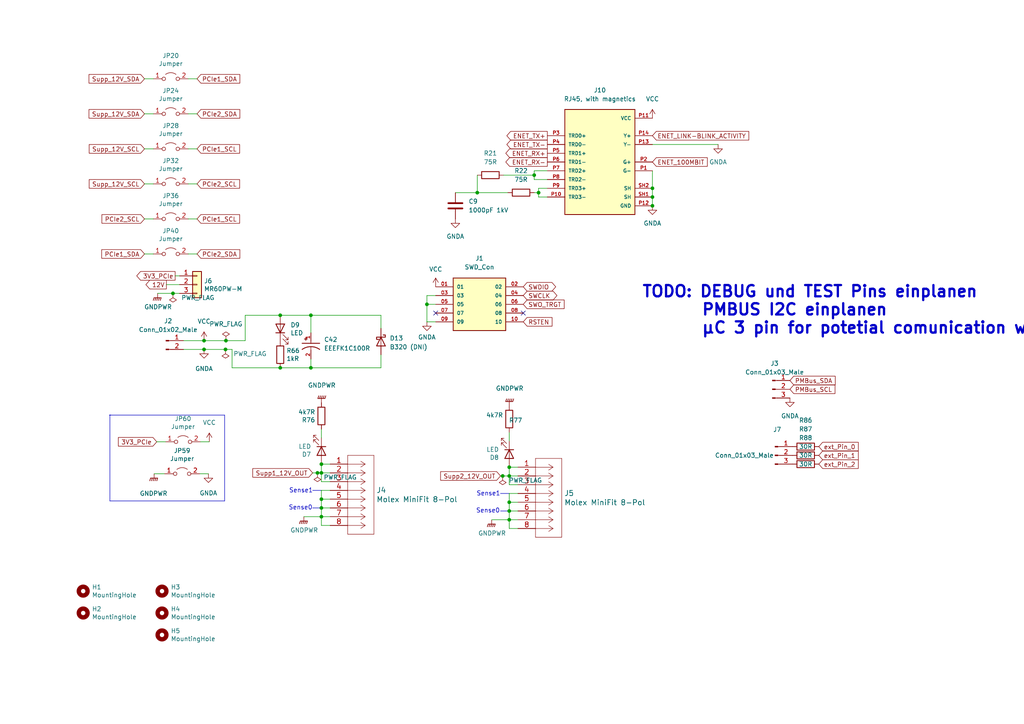
<source format=kicad_sch>
(kicad_sch (version 20230121) (generator eeschema)
  (paper "A4")
  (title_block (title "Input / Output"))
  (lib_symbols
    (symbol "Connector:Conn_01x02_Male" (pin_names (offset 1.016) hide)
      (property "Reference" "J" (at 0 2.54 0))
      (property "Value" "Conn_01x02_Male" (at 0 -5.08 0))
      (symbol "Conn_01x02_Male_1_1"
        (polyline (pts (xy 1.27 -2.54) (xy 0.8636 -2.54)) (stroke (width 0.1524)))
        (polyline (pts (xy 1.27 0) (xy 0.8636 0)) (stroke (width 0.1524)))
        (rectangle (start 0.8636 -2.413) (end 0 -2.667) (stroke (width 0.1524)) (fill (type outline)))
        (rectangle (start 0.8636 0.127) (end 0 -0.127) (stroke (width 0.1524)) (fill (type outline)))
        (pin passive line (at 5.08 0 180) (length 3.81) (name "Pin_1") (number "1"))
        (pin passive line (at 5.08 -2.54 180) (length 3.81) (name "Pin_2") (number "2"))
      )
    )
    (symbol "Connector:Conn_01x03_Male" (pin_names (offset 1.016) hide)
      (property "Reference" "J" (at 0 5.08 0))
      (property "Value" "Conn_01x03_Male" (at 0 -5.08 0))
      (symbol "Conn_01x03_Male_1_1"
        (polyline (pts (xy 1.27 -2.54) (xy 0.8636 -2.54)) (stroke (width 0.1524)))
        (polyline (pts (xy 1.27 0) (xy 0.8636 0)) (stroke (width 0.1524)))
        (polyline (pts (xy 1.27 2.54) (xy 0.8636 2.54)) (stroke (width 0.1524)))
        (rectangle (start 0.8636 -2.413) (end 0 -2.667) (stroke (width 0.1524)) (fill (type outline)))
        (rectangle (start 0.8636 0.127) (end 0 -0.127) (stroke (width 0.1524)) (fill (type outline)))
        (rectangle (start 0.8636 2.667) (end 0 2.413) (stroke (width 0.1524)) (fill (type outline)))
        (pin passive line (at 5.08 2.54 180) (length 3.81) (name "Pin_1") (number "1"))
        (pin passive line (at 5.08 0 180) (length 3.81) (name "Pin_2") (number "2"))
        (pin passive line (at 5.08 -2.54 180) (length 3.81) (name "Pin_3") (number "3"))
      )
    )
    (symbol "Connector_Generic:Conn_01x03" (pin_names (offset 1.016) hide)
      (property "Reference" "J6" (at 2.032 1.0668 0))
      (property "Value" "MR60PW-M" (at 2.032 -1.2446 0))
      (symbol "Conn_01x03_1_1"
        (rectangle (start -1.27 -2.413) (end 0 -2.667) (stroke (width 0.1524)))
        (rectangle (start -1.27 0.127) (end 0 -0.127) (stroke (width 0.1524)))
        (rectangle (start -1.27 2.667) (end 0 2.413) (stroke (width 0.1524)))
        (rectangle (start -1.27 3.81) (end 1.27 -3.81) (stroke (width 0.254)) (fill (type background)))
        (pin passive line (at -5.08 2.54 0) (length 3.81) (name "Pin_1") (number "1"))
        (pin passive line (at -5.08 0 0) (length 3.81) (name "Pin_2") (number "2"))
        (pin passive line (at -5.08 -2.54 0) (length 3.81) (name "Pin_3") (number "3"))
        (pin no_connect line (at 1.27 -7.62 90) (length 3.81) hide (name "SH") (number "S1"))
        (pin no_connect line (at -1.27 -7.62 90) (length 3.81) hide (name "SH") (number "S2"))
      )
    )
    (symbol "Device:C" (pin_numbers hide) (pin_names (offset 0.254))
      (property "Reference" "C" (at 0.635 2.54 0))
      (property "Value" "C" (at 0.635 -2.54 0))
      (symbol "C_0_1"
        (polyline (pts (xy -2.032 -0.762) (xy 2.032 -0.762)) (stroke (width 0.508)))
        (polyline (pts (xy -2.032 0.762) (xy 2.032 0.762)) (stroke (width 0.508)))
      )
      (symbol "C_1_1"
        (pin passive line (at 0 3.81 270) (length 2.794) (name "~") (number "1"))
        (pin passive line (at 0 -3.81 90) (length 2.794) (name "~") (number "2"))
      )
    )
    (symbol "Device:LED" (pin_numbers hide) (pin_names (offset 1.016) hide)
      (property "Reference" "D" (at 0 2.54 0))
      (property "Value" "LED" (at 0 -2.54 0))
      (symbol "LED_0_1"
        (polyline (pts (xy -1.27 -1.27) (xy -1.27 1.27)) (stroke (width 0.254)))
        (polyline (pts (xy -1.27 0) (xy 1.27 0)))
        (polyline (pts (xy 1.27 -1.27) (xy 1.27 1.27) (xy -1.27 0) (xy 1.27 -1.27)) (stroke (width 0.254)))
        (polyline (pts (xy -3.048 -0.762) (xy -4.572 -2.286) (xy -3.81 -2.286) (xy -4.572 -2.286) (xy -4.572 -1.524)))
        (polyline (pts (xy -1.778 -0.762) (xy -3.302 -2.286) (xy -2.54 -2.286) (xy -3.302 -2.286) (xy -3.302 -1.524)))
      )
      (symbol "LED_1_1"
        (pin passive line (at -3.81 0 0) (length 2.54) (name "K") (number "1"))
        (pin passive line (at 3.81 0 180) (length 2.54) (name "A") (number "2"))
      )
    )
    (symbol "Device:R" (pin_numbers hide) (pin_names (offset 0))
      (property "Reference" "R" (at 2.032 0 90))
      (property "Value" "R" (at 0 0 90))
      (symbol "R_0_1"
        (rectangle (start -1.016 -2.54) (end 1.016 2.54) (stroke (width 0.254)))
      )
      (symbol "R_1_1"
        (pin passive line (at 0 3.81 270) (length 1.27) (name "~") (number "1"))
        (pin passive line (at 0 -3.81 90) (length 1.27) (name "~") (number "2"))
      )
    )
    (symbol "Diode:B320" (pin_numbers hide) (pin_names (offset 1.016) hide)
      (property "Reference" "D" (at 0 2.54 0))
      (property "Value" "B320" (at 0 -2.54 0))
      (symbol "B320_0_1"
        (polyline (pts (xy 1.27 0) (xy -1.27 0)))
        (polyline (pts (xy 1.27 1.27) (xy 1.27 -1.27) (xy -1.27 0) (xy 1.27 1.27)) (stroke (width 0.254)))
        (polyline (pts (xy -1.905 0.635) (xy -1.905 1.27) (xy -1.27 1.27) (xy -1.27 -1.27) (xy -0.635 -1.27) (xy -0.635 -0.635)) (stroke (width 0.254)))
      )
      (symbol "B320_1_1"
        (pin passive line (at -3.81 0 0) (length 2.54) (name "K") (number "1"))
        (pin passive line (at 3.81 0 180) (length 2.54) (name "A") (number "2"))
      )
    )
    (symbol "EEEFK1C100R:EEEFK1C100R" (pin_names (offset 1.016))
      (property "Reference" "C" (at -2.54 3.81 0))
      (property "Value" "EEEFK1C100R" (at -2.54 -5.08 0))
      (symbol "EEEFK1C100R_0_0"
        (rectangle (start -1.173 -1.532) (end -0.284 -1.405) (stroke (width 0.1)) (fill (type outline)))
        (rectangle (start -0.792 -1.913) (end -0.665 -1.024) (stroke (width 0.1)) (fill (type outline)))
        (polyline (pts (xy 0 0) (xy 0.508 0)) (stroke (width 0.1524)))
        (polyline (pts (xy 0.508 0) (xy 0.508 -2.54)) (stroke (width 0.254)))
        (polyline (pts (xy 0.508 2.54) (xy 0.508 0)) (stroke (width 0.254)))
        (polyline (pts (xy 2.54 0) (xy 1.524 0)) (stroke (width 0.1524)))
        (arc (start 2.286 2.54) (mid 1.4851 0) (end 2.286 -2.54) (stroke (width 0.254)))
        (pin passive line (at -2.54 0 0) (length 2.54) (name "~") (number "1"))
        (pin passive line (at 5.08 0 180) (length 2.54) (name "~") (number "2"))
      )
    )
    (symbol "FTSH-105-XX-X-DV:FTSH-105-XX-X-DV" (pin_names (offset 1.016))
      (property "Reference" "J" (at -7.62 8.89 0))
      (property "Value" "FTSH-105-XX-X-DV" (at -7.62 -10.16 0))
      (symbol "FTSH-105-XX-X-DV_0_0"
        (rectangle (start -7.62 -7.62) (end 7.62 7.62) (stroke (width 0.254)) (fill (type background)))
        (pin passive line (at -12.7 5.08 0) (length 5.08) (name "01") (number "01"))
        (pin passive line (at 12.7 5.08 180) (length 5.08) (name "02") (number "02"))
        (pin passive line (at -12.7 2.54 0) (length 5.08) (name "03") (number "03"))
        (pin passive line (at 12.7 2.54 180) (length 5.08) (name "04") (number "04"))
        (pin passive line (at -12.7 0 0) (length 5.08) (name "05") (number "05"))
        (pin passive line (at 12.7 0 180) (length 5.08) (name "06") (number "06"))
        (pin passive line (at -12.7 -2.54 0) (length 5.08) (name "07") (number "07"))
        (pin passive line (at 12.7 -2.54 180) (length 5.08) (name "08") (number "08"))
        (pin passive line (at -12.7 -5.08 0) (length 5.08) (name "09") (number "09"))
        (pin passive line (at 12.7 -5.08 180) (length 5.08) (name "10") (number "10"))
      )
    )
    (symbol "Jumper:Jumper_2_Open" (pin_names (offset 0) hide)
      (property "Reference" "JP" (at 0 2.794 0))
      (property "Value" "Jumper_2_Open" (at 0 -2.286 0))
      (symbol "Jumper_2_Open_0_0"
        (circle (center -2.032 0) (radius 0.508))
        (circle (center 2.032 0) (radius 0.508))
      )
      (symbol "Jumper_2_Open_0_1"
        (arc (start 1.524 1.27) (mid 0 1.778) (end -1.524 1.27))
      )
      (symbol "Jumper_2_Open_1_1"
        (pin passive line (at -5.08 0 0) (length 2.54) (name "A") (number "1"))
        (pin passive line (at 5.08 0 180) (length 2.54) (name "B") (number "2"))
      )
    )
    (symbol "Mechanical:MountingHole" (pin_names (offset 1.016))
      (property "Reference" "H" (at 0 5.08 0))
      (property "Value" "MountingHole" (at 0 3.175 0))
      (symbol "MountingHole_0_1"
        (circle (center 0 0) (radius 1.27) (stroke (width 1.27)))
      )
    )
    (symbol "Molex Mini Fit 8-pol:430450800-MOLEX_8POL_ATXSUPP" (pin_names (offset 0.254) hide)
      (property "Reference" "J" (at 8.89 6.35 0))
      (property "Value" "430450800-MOLEX_8POL_ATXSUPP" (at 10.16 -10.16 0))
      (symbol "430450800-MOLEX_8POL_ATXSUPP_1_1"
        (polyline (pts (xy 5.08 -20.32) (xy 12.7 -20.32)) (stroke (width 0.127)))
        (polyline (pts (xy 5.08 2.54) (xy 5.08 -20.32)) (stroke (width 0.127)))
        (polyline (pts (xy 10.16 -17.78) (xy 5.08 -17.78)) (stroke (width 0.127)))
        (polyline (pts (xy 10.16 -17.78) (xy 8.89 -18.6182)) (stroke (width 0.127)))
        (polyline (pts (xy 10.16 -17.78) (xy 8.89 -16.9418)) (stroke (width 0.127)))
        (polyline (pts (xy 10.16 -15.24) (xy 5.08 -15.24)) (stroke (width 0.127)))
        (polyline (pts (xy 10.16 -15.24) (xy 8.89 -16.0782)) (stroke (width 0.127)))
        (polyline (pts (xy 10.16 -15.24) (xy 8.89 -14.4018)) (stroke (width 0.127)))
        (polyline (pts (xy 10.16 -12.7) (xy 5.08 -12.7)) (stroke (width 0.127)))
        (polyline (pts (xy 10.16 -12.7) (xy 8.89 -13.5382)) (stroke (width 0.127)))
        (polyline (pts (xy 10.16 -12.7) (xy 8.89 -11.8618)) (stroke (width 0.127)))
        (polyline (pts (xy 10.16 -10.16) (xy 5.08 -10.16)) (stroke (width 0.127)))
        (polyline (pts (xy 10.16 -10.16) (xy 8.89 -10.9982)) (stroke (width 0.127)))
        (polyline (pts (xy 10.16 -10.16) (xy 8.89 -9.3218)) (stroke (width 0.127)))
        (polyline (pts (xy 10.16 -7.62) (xy 5.08 -7.62)) (stroke (width 0.127)))
        (polyline (pts (xy 10.16 -7.62) (xy 8.89 -8.4582)) (stroke (width 0.127)))
        (polyline (pts (xy 10.16 -7.62) (xy 8.89 -6.7818)) (stroke (width 0.127)))
        (polyline (pts (xy 10.16 -5.08) (xy 5.08 -5.08)) (stroke (width 0.127)))
        (polyline (pts (xy 10.16 -5.08) (xy 8.89 -5.9182)) (stroke (width 0.127)))
        (polyline (pts (xy 10.16 -5.08) (xy 8.89 -4.2418)) (stroke (width 0.127)))
        (polyline (pts (xy 10.16 -2.54) (xy 5.08 -2.54)) (stroke (width 0.127)))
        (polyline (pts (xy 10.16 -2.54) (xy 8.89 -3.3782)) (stroke (width 0.127)))
        (polyline (pts (xy 10.16 -2.54) (xy 8.89 -1.7018)) (stroke (width 0.127)))
        (polyline (pts (xy 10.16 0) (xy 5.08 0)) (stroke (width 0.127)))
        (polyline (pts (xy 10.16 0) (xy 8.89 -0.8382)) (stroke (width 0.127)))
        (polyline (pts (xy 10.16 0) (xy 8.89 0.8382)) (stroke (width 0.127)))
        (polyline (pts (xy 12.7 -20.32) (xy 12.7 2.54)) (stroke (width 0.127)))
        (polyline (pts (xy 12.7 2.54) (xy 5.08 2.54)) (stroke (width 0.127)))
        (pin power_in line (at 0 0 0) (length 5.08) (name "1") (number "1"))
        (pin power_in line (at 0 -2.54 0) (length 5.08) (name "2") (number "2"))
        (pin power_in line (at 0 -5.08 0) (length 5.08) (name "3") (number "3"))
        (pin passive line (at 0 -7.62 0) (length 5.08) (name "4") (number "4"))
        (pin passive line (at 0 -10.16 0) (length 5.08) (name "5") (number "5"))
        (pin passive line (at 0 -12.7 0) (length 5.08) (name "6") (number "6"))
        (pin passive line (at 0 -15.24 0) (length 5.08) (name "7") (number "7"))
        (pin passive line (at 0 -17.78 0) (length 5.08) (name "8") (number "8"))
      )
    )
    (symbol "RJ45 with Magnetics, configured:7498111120R" (pin_names (offset 1.016))
      (property "Reference" "J10" (at 0 20.828 0))
      (property "Value" "RJ45, with magnetics" (at 0 18.288 0))
      (symbol "7498111120R_0_0"
        (rectangle (start -10.16 -15.24) (end 10.16 15.24) (stroke (width 0.254)) (fill (type background)))
        (pin passive line (at 15.24 -2.54 180) (length 5.08) (name "G-") (number "P1"))
        (pin passive line (at -15.24 -10.16 0) (length 5.08) (name "TRD3-") (number "P10"))
        (pin power_in line (at 15.24 12.7 180) (length 5.08) (name "VCC") (number "P11"))
        (pin power_in line (at 15.24 -12.7 180) (length 5.08) (name "GND") (number "P12"))
        (pin passive line (at 15.24 5.08 180) (length 5.08) (name "Y-") (number "P13"))
        (pin passive line (at 15.24 7.62 180) (length 5.08) (name "Y+") (number "P14"))
        (pin passive line (at 15.24 0 180) (length 5.08) (name "G+") (number "P2"))
        (pin passive line (at -15.24 7.62 0) (length 5.08) (name "TRD0+") (number "P3"))
        (pin passive line (at -15.24 5.08 0) (length 5.08) (name "TRD0-") (number "P4"))
        (pin passive line (at -15.24 2.54 0) (length 5.08) (name "TRD1+") (number "P5"))
        (pin passive line (at -15.24 0 0) (length 5.08) (name "TRD1-") (number "P6"))
        (pin passive line (at -15.24 -2.54 0) (length 5.08) (name "TRD2+") (number "P7"))
        (pin passive line (at -15.24 -5.08 0) (length 5.08) (name "TRD2-") (number "P8"))
        (pin passive line (at -15.24 -7.62 0) (length 5.08) (name "TRD3+") (number "P9"))
        (pin passive line (at 15.24 -10.16 180) (length 5.08) (name "SH") (number "SH1"))
        (pin passive line (at 15.24 -7.62 180) (length 5.08) (name "SH") (number "SH2"))
      )
    )
    (symbol "power:GNDA" (power) (pin_names (offset 0))
      (property "Value" "GNDA" (at 0 -3.81 0))
      (symbol "GNDA_0_1"
        (polyline (pts (xy 0 0) (xy 0 -1.27) (xy 1.27 -1.27) (xy 0 -2.54) (xy -1.27 -1.27) (xy 0 -1.27)))
      )
      (symbol "GNDA_1_1"
        (pin power_in line (at 0 0 270) (length 0) hide (name "GNDA") (number "1"))
      )
    )
    (symbol "power:GNDPWR" (power) (pin_names (offset 0))
      (property "Value" "GNDPWR" (at 0 -3.302 0))
      (symbol "GNDPWR_0_1"
        (polyline (pts (xy 0 -1.27) (xy 0 0)))
        (polyline (pts (xy -1.016 -1.27) (xy -1.27 -2.032) (xy -1.27 -2.032)) (stroke (width 0.2032)))
        (polyline (pts (xy -0.508 -1.27) (xy -0.762 -2.032) (xy -0.762 -2.032)) (stroke (width 0.2032)))
        (polyline (pts (xy 0 -1.27) (xy -0.254 -2.032) (xy -0.254 -2.032)) (stroke (width 0.2032)))
        (polyline (pts (xy 0.508 -1.27) (xy 0.254 -2.032) (xy 0.254 -2.032)) (stroke (width 0.2032)))
        (polyline (pts (xy 1.016 -1.27) (xy -1.016 -1.27) (xy -1.016 -1.27)) (stroke (width 0.2032)))
        (polyline (pts (xy 1.016 -1.27) (xy 0.762 -2.032) (xy 0.762 -2.032) (xy 0.762 -2.032)) (stroke (width 0.2032)))
      )
      (symbol "GNDPWR_1_1"
        (pin power_in line (at 0 0 270) (length 0) hide (name "GNDPWR") (number "1"))
      )
    )
    (symbol "power:PWR_FLAG" (power) (pin_numbers hide) (pin_names (offset 0) hide)
      (property "Value" "PWR_FLAG" (at 0 3.81 0))
      (symbol "PWR_FLAG_0_0"
        (pin power_out line (at 0 0 90) (length 0) (name "pwr") (number "1"))
      )
      (symbol "PWR_FLAG_0_1"
        (polyline (pts (xy 0 0) (xy 0 1.27) (xy -1.016 1.905) (xy 0 2.54) (xy 1.016 1.905) (xy 0 1.27)))
      )
    )
    (symbol "power:VCC" (power) (pin_names (offset 0))
      (property "Value" "VCC" (at 0 3.81 0))
      (symbol "VCC_0_1"
        (polyline (pts (xy -0.762 1.27) (xy 0 2.54)))
        (polyline (pts (xy 0 0) (xy 0 2.54)))
        (polyline (pts (xy 0 2.54) (xy 0.762 1.27)))
      )
      (symbol "VCC_1_1"
        (pin power_in line (at 0 0 90) (length 0) hide (name "VCC") (number "1"))
      )
    )
  )
  (junction (at 156.21 55.88))
  (junction (at 123.825 88.265))
  (junction (at 92.075 137.16))
  (junction (at 65.405 101.346))
  (junction (at 93.218 137.16))
  (junction (at 145.796 138.049))
  (junction (at 189.23 59.69))
  (junction (at 59.182 98.806))
  (junction (at 138.43 55.88))
  (junction (at 189.23 57.15))
  (junction (at 189.23 54.61))
  (junction (at 81.28 91.44))
  (junction (at 90.17 91.44))
  (junction (at 93.218 144.78))
  (junction (at 93.218 149.86))
  (junction (at 147.701 135.509))
  (junction (at 50.165 85.09))
  (junction (at 81.28 106.68))
  (junction (at 65.532 98.806))
  (junction (at 90.17 106.68))
  (junction (at 93.218 134.62))
  (junction (at 147.701 150.749))
  (junction (at 147.701 145.669))
  (junction (at 93.218 147.32))
  (junction (at 154.94 50.8))
  (junction (at 147.701 138.049))
  (junction (at 147.701 148.209))
  (junction (at 59.182 101.346))
  (no_connect (at 151.765 90.805))
  (no_connect (at 126.365 90.805))
  (wire (pts (xy 147.701 145.669) (xy 147.701 148.209)))
  (wire (pts (xy 110.49 106.68) (xy 110.49 102.87)))
  (wire (pts (xy 50.165 85.09) (xy 52.07 85.09)))
  (wire (pts (xy 150.241 145.669) (xy 147.701 145.669)))
  (wire (pts (xy 57.912 137.414) (xy 60.452 137.414)))
  (wire (pts (xy 54.61 22.86) (xy 57.15 22.86)))
  (wire (pts (xy 95.758 144.78) (xy 93.218 144.78)))
  (wire (pts (xy 41.91 73.66) (xy 44.45 73.66)))
  (wire (pts (xy 95.758 137.16) (xy 93.218 137.16)))
  (polyline (pts (xy 65.151 120.396) (xy 65.151 145.288)))
  (wire (pts (xy 158.75 57.15) (xy 156.21 57.15)))
  (wire (pts (xy 93.218 147.32) (xy 93.218 149.86)))
  (wire (pts (xy 154.94 52.07) (xy 154.94 50.8)))
  (polyline (pts (xy 31.75 120.396) (xy 65.151 120.396)))
  (wire (pts (xy 154.94 49.53) (xy 158.75 49.53)))
  (wire (pts (xy 93.218 144.78) (xy 93.218 147.32)))
  (wire (pts (xy 71.12 98.806) (xy 65.532 98.806)))
  (wire (pts (xy 59.182 101.346) (xy 65.405 101.346)))
  (polyline (pts (xy 90.678 147.32) (xy 93.218 147.32)))
  (wire (pts (xy 53.213 98.806) (xy 59.182 98.806)))
  (wire (pts (xy 146.05 50.8) (xy 154.94 50.8)))
  (wire (pts (xy 90.17 106.68) (xy 90.17 104.14)))
  (wire (pts (xy 81.28 106.68) (xy 90.17 106.68)))
  (wire (pts (xy 54.61 43.18) (xy 57.15 43.18)))
  (wire (pts (xy 150.241 153.289) (xy 147.701 153.289)))
  (wire (pts (xy 147.701 138.049) (xy 147.701 140.589)))
  (wire (pts (xy 67.31 106.68) (xy 67.31 101.346)))
  (wire (pts (xy 150.241 143.129) (xy 147.701 143.129)))
  (wire (pts (xy 54.61 53.34) (xy 57.15 53.34)))
  (wire (pts (xy 156.21 57.15) (xy 156.21 55.88)))
  (wire (pts (xy 50.8 80.01) (xy 52.07 80.01)))
  (wire (pts (xy 142.621 150.749) (xy 147.701 150.749)))
  (wire (pts (xy 41.91 33.02) (xy 44.45 33.02)))
  (wire (pts (xy 93.218 139.7) (xy 95.758 139.7)))
  (wire (pts (xy 110.49 95.25) (xy 110.49 91.44)))
  (polyline (pts (xy 145.161 143.129) (xy 147.701 143.129)))
  (wire (pts (xy 59.182 101.346) (xy 53.213 101.346)))
  (wire (pts (xy 93.218 149.86) (xy 95.758 149.86)))
  (polyline (pts (xy 65.151 145.288) (xy 31.877 145.288)))
  (wire (pts (xy 59.182 98.806) (xy 65.532 98.806)))
  (wire (pts (xy 95.758 147.32) (xy 93.218 147.32)))
  (wire (pts (xy 123.825 85.725) (xy 126.365 85.725)))
  (wire (pts (xy 41.91 43.18) (xy 44.45 43.18)))
  (wire (pts (xy 123.825 93.345) (xy 123.825 88.265)))
  (wire (pts (xy 54.61 33.02) (xy 57.15 33.02)))
  (wire (pts (xy 67.31 101.346) (xy 65.405 101.346)))
  (wire (pts (xy 138.43 50.8) (xy 138.43 55.88)))
  (polyline (pts (xy -14.605 679.45) (xy -14.605 -256.54)))
  (wire (pts (xy 58.166 128.143) (xy 60.706 128.143)))
  (wire (pts (xy 158.75 52.07) (xy 154.94 52.07)))
  (wire (pts (xy 52.07 82.55) (xy 48.26 82.55)))
  (polyline (pts (xy -485.775 -259.08) (xy -485.775 679.45)))
  (wire (pts (xy 54.61 63.5) (xy 57.15 63.5)))
  (wire (pts (xy 123.825 88.265) (xy 123.825 85.725)))
  (wire (pts (xy 189.23 54.61) (xy 189.23 57.15)))
  (wire (pts (xy 138.43 55.88) (xy 147.32 55.88)))
  (wire (pts (xy 41.91 22.86) (xy 44.45 22.86)))
  (wire (pts (xy 132.08 55.88) (xy 138.43 55.88)))
  (polyline (pts (xy 31.877 145.288) (xy 31.877 120.396)))
  (wire (pts (xy 156.21 55.88) (xy 156.21 54.61)))
  (wire (pts (xy 93.218 137.16) (xy 92.075 137.16)))
  (wire (pts (xy 147.701 140.589) (xy 150.241 140.589)))
  (wire (pts (xy 150.241 135.509) (xy 147.701 135.509)))
  (wire (pts (xy 110.49 91.44) (xy 90.17 91.44)))
  (wire (pts (xy 81.28 91.44) (xy 71.12 91.44)))
  (wire (pts (xy 147.701 145.669) (xy 147.701 143.129)))
  (wire (pts (xy 95.758 142.24) (xy 93.218 142.24)))
  (wire (pts (xy 90.17 106.68) (xy 110.49 106.68)))
  (wire (pts (xy 189.23 49.53) (xy 189.23 54.61)))
  (wire (pts (xy 88.138 149.86) (xy 93.218 149.86)))
  (polyline (pts (xy -484.505 -256.54) (xy -484.505 -255.27)))
  (wire (pts (xy 150.241 138.049) (xy 147.701 138.049)))
  (wire (pts (xy 150.241 148.209) (xy 147.701 148.209)))
  (wire (pts (xy 208.28 41.91) (xy 189.23 41.91)))
  (wire (pts (xy 54.61 73.66) (xy 57.15 73.66)))
  (polyline (pts (xy 90.678 142.24) (xy 93.218 142.24)))
  (wire (pts (xy 90.17 96.52) (xy 90.17 91.44)))
  (wire (pts (xy 95.758 152.4) (xy 93.218 152.4)))
  (wire (pts (xy 41.91 63.5) (xy 44.45 63.5)))
  (wire (pts (xy 93.218 134.62) (xy 93.218 137.16)))
  (wire (pts (xy 147.701 138.049) (xy 145.796 138.049)))
  (wire (pts (xy 145.796 138.049) (xy 145.161 138.049)))
  (wire (pts (xy 41.91 53.34) (xy 44.45 53.34)))
  (wire (pts (xy 45.72 85.09) (xy 50.165 85.09)))
  (wire (pts (xy 154.94 50.8) (xy 154.94 49.53)))
  (wire (pts (xy 95.758 134.62) (xy 93.218 134.62)))
  (wire (pts (xy 189.23 57.15) (xy 189.23 59.69)))
  (wire (pts (xy 147.701 148.209) (xy 147.701 150.749)))
  (wire (pts (xy 147.701 153.289) (xy 147.701 150.749)))
  (polyline (pts (xy 147.701 148.209) (xy 145.161 148.209)))
  (wire (pts (xy 45.466 128.143) (xy 48.006 128.143)))
  (wire (pts (xy 93.218 127) (xy 93.218 124.46)))
  (wire (pts (xy 90.17 91.44) (xy 81.28 91.44)))
  (wire (pts (xy 93.218 152.4) (xy 93.218 149.86)))
  (wire (pts (xy 67.31 106.68) (xy 81.28 106.68)))
  (wire (pts (xy 93.218 144.78) (xy 93.218 142.24)))
  (wire (pts (xy 147.701 127.889) (xy 147.701 125.349)))
  (wire (pts (xy 126.365 93.345) (xy 123.825 93.345)))
  (wire (pts (xy 71.12 91.44) (xy 71.12 98.806)))
  (wire (pts (xy 92.075 137.16) (xy 90.678 137.16)))
  (wire (pts (xy 147.701 150.749) (xy 150.241 150.749)))
  (wire (pts (xy 93.218 137.16) (xy 93.218 139.7)))
  (wire (pts (xy 147.701 135.509) (xy 147.701 138.049)))
  (polyline (pts (xy -485.775 679.45) (xy -14.605 679.45)))
  (wire (pts (xy 156.21 54.61) (xy 158.75 54.61)))
  (wire (pts (xy 154.94 55.88) (xy 156.21 55.88)))
  (wire (pts (xy 123.825 88.265) (xy 126.365 88.265)))
  (polyline (pts (xy 31.75 120.396) (xy 32.131 120.396)))
  (polyline (pts (xy -14.605 -256.54) (xy -484.505 -256.54)))
  (wire (pts (xy 44.704 137.414) (xy 47.752 137.414)))
  (text "INA226 Measurement IC's\n" (at -492.125 -265.43 0) (effects (font (size 15.2908 15.2908)) (justify left bottom)))
  (text "Sense0" (at 83.693 148.082 0) (effects (font (size 1.27 1.27)) (justify left bottom)))
  (text "Sense1" (at 138.176 144.018 0) (effects (font (size 1.27 1.27)) (justify left bottom)))
  (text "Sense0" (at 138.049 148.971 0) (effects (font (size 1.27 1.27)) (justify left bottom)))
  (text "Sense1" (at 83.82 143.129 0) (effects (font (size 1.27 1.27)) (justify left bottom)))
  (text "TODO: DEBUG und TEST Pins einplanen\n	  PMBUS I2C einplanen\n	  µC 3 pin for potetial comunication with FPGA Board" (at 186.055 97.155 0) (effects (font (size 3.27 3.27) bold) (justify left bottom)))
  (text "INA226" (at -483.235 -262.89 0) (effects (font (size 1.27 1.27)) (justify left bottom)))
  (text "Input / Output\n" (at 5.08 -7.62 0) (effects (font (size 10.2616 10.2616)) (justify left bottom)))
  (global_label "ENET_RX+" (shape output) (at 158.75 44.45 180) (property "Intersheetrefs" "${INTERSHEET_REFS}" (effects hide)))
  (global_label "ext_Pin_0" (shape input) (at 237.49 129.54 0) (property "Intersheetrefs" "${INTERSHEET_REFS}" (effects hide)))
  (global_label "ENET_TX+" (shape output) (at 158.75 39.37 180) (property "Intersheetrefs" "${INTERSHEET_REFS}" (effects hide)))
  (global_label "PCIe1_SDA" (shape input) (at 57.15 22.86 0) (property "Intersheetrefs" "${INTERSHEET_REFS}" (effects hide)))
  (global_label "3V3_PCIe" (shape output) (at 50.8 80.01 180) (property "Intersheetrefs" "${INTERSHEET_REFS}" (effects hide)))
  (global_label "PCIe2_SDA" (shape input) (at 57.15 33.02 0) (property "Intersheetrefs" "${INTERSHEET_REFS}" (effects hide)))
  (global_label "PMBus_SDA" (shape input) (at 229.108 110.363 0) (property "Intersheetrefs" "${INTERSHEET_REFS}" (effects hide)))
  (global_label "Supp_12V_SCL" (shape input) (at 41.91 43.18 180) (property "Intersheetrefs" "${INTERSHEET_REFS}" (effects hide)))
  (global_label "PCIe2_SCL" (shape input) (at 41.91 63.5 180) (property "Intersheetrefs" "${INTERSHEET_REFS}" (effects hide)))
  (global_label "PCIe2_SDA" (shape input) (at 57.15 73.66 0) (property "Intersheetrefs" "${INTERSHEET_REFS}" (effects hide)))
  (global_label "Supp_12V_SCL" (shape input) (at 41.91 53.34 180) (property "Intersheetrefs" "${INTERSHEET_REFS}" (effects hide)))
  (global_label "Supp2_12V_OUT" (shape input) (at 145.161 138.049 180) (property "Intersheetrefs" "${INTERSHEET_REFS}" (effects hide)))
  (global_label "PCIe1_SCL" (shape input) (at 57.15 63.5 0) (property "Intersheetrefs" "${INTERSHEET_REFS}" (effects hide)))
  (global_label "SWCLK" (shape bidirectional) (at 151.765 85.725 0) (property "Intersheetrefs" "${INTERSHEET_REFS}" (effects hide)))
  (global_label "ext_Pin_2" (shape input) (at 237.49 134.62 0) (property "Intersheetrefs" "${INTERSHEET_REFS}" (effects hide)))
  (global_label "ENET_100MBIT" (shape input) (at 189.23 46.99 0) (property "Intersheetrefs" "${INTERSHEET_REFS}" (effects hide)))
  (global_label "RSTEN" (shape input) (at 151.765 93.345 0) (property "Intersheetrefs" "${INTERSHEET_REFS}" (effects hide)))
  (global_label "ENET_LINK-BLINK_ACTIVITY" (shape input) (at 189.23 39.37 0) (property "Intersheetrefs" "${INTERSHEET_REFS}" (effects hide)))
  (global_label "ext_Pin_1" (shape input) (at 237.49 132.08 0) (property "Intersheetrefs" "${INTERSHEET_REFS}" (effects hide)))
  (global_label "Supp_12V_SDA" (shape input) (at 41.91 22.86 180) (property "Intersheetrefs" "${INTERSHEET_REFS}" (effects hide)))
  (global_label "PCIe1_SDA" (shape input) (at 41.91 73.66 180) (property "Intersheetrefs" "${INTERSHEET_REFS}" (effects hide)))
  (global_label "3V3_PCIe" (shape input) (at 45.466 128.143 180) (property "Intersheetrefs" "${INTERSHEET_REFS}" (effects hide)))
  (global_label "ENET_RX-" (shape output) (at 158.75 46.99 180) (property "Intersheetrefs" "${INTERSHEET_REFS}" (effects hide)))
  (global_label "PMBus_SCL" (shape input) (at 229.108 112.903 0) (property "Intersheetrefs" "${INTERSHEET_REFS}" (effects hide)))
  (global_label "Supp_12V_SDA" (shape input) (at 41.91 33.02 180) (property "Intersheetrefs" "${INTERSHEET_REFS}" (effects hide)))
  (global_label "PCIe2_SCL" (shape input) (at 57.15 53.34 0) (property "Intersheetrefs" "${INTERSHEET_REFS}" (effects hide)))
  (global_label "ENET_TX-" (shape output) (at 158.75 41.91 180) (property "Intersheetrefs" "${INTERSHEET_REFS}" (effects hide)))
  (global_label "SWDIO" (shape bidirectional) (at 151.765 83.185 0) (property "Intersheetrefs" "${INTERSHEET_REFS}" (effects hide)))
  (global_label "PCIe1_SCL" (shape input) (at 57.15 43.18 0) (property "Intersheetrefs" "${INTERSHEET_REFS}" (effects hide)))
  (global_label "SWO_TRGT" (shape input) (at 151.765 88.265 0) (property "Intersheetrefs" "${INTERSHEET_REFS}" (effects hide)))
  (global_label "12V" (shape output) (at 48.26 82.55 180) (property "Intersheetrefs" "${INTERSHEET_REFS}" (effects hide)))
  (global_label "Supp1_12V_OUT" (shape input) (at 90.678 137.16 180) (property "Intersheetrefs" "${INTERSHEET_REFS}" (effects hide)))
  (symbol (lib_id "Mechanical:MountingHole") (at 24.13 171.45 0) (unit 1)
    (property "Reference" "H1" (at 26.67 170.2816 0) (effects (justify left)))
    (property "Value" "MountingHole" (at 26.67 172.593 0) (effects (justify left)))
    (property "Footprint" "MountingHole:MountingHole_3.5mm" (effects hide))
  )
  (symbol (lib_id "Mechanical:MountingHole") (at 24.13 177.8 0) (unit 1)
    (property "Reference" "H2" (at 26.67 176.6316 0) (effects (justify left)))
    (property "Value" "MountingHole" (at 26.67 178.943 0) (effects (justify left)))
    (property "Footprint" "MountingHole:MountingHole_3.5mm" (effects hide))
  )
  (symbol (lib_id "Mechanical:MountingHole") (at 46.99 171.45 0) (unit 1)
    (property "Reference" "H3" (at 49.53 170.2816 0) (effects (justify left)))
    (property "Value" "MountingHole" (at 49.53 172.593 0) (effects (justify left)))
    (property "Footprint" "MountingHole:MountingHole_3.5mm" (effects hide))
  )
  (symbol (lib_id "Mechanical:MountingHole") (at 46.99 177.8 0) (unit 1)
    (property "Reference" "H4" (at 49.53 176.6316 0) (effects (justify left)))
    (property "Value" "MountingHole" (at 49.53 178.943 0) (effects (justify left)))
    (property "Footprint" "MountingHole:MountingHole_3.5mm" (effects hide))
  )
  (symbol (lib_id "Mechanical:MountingHole") (at 46.99 184.15 0) (unit 1)
    (property "Reference" "H5" (at 49.53 182.9816 0) (effects (justify left)))
    (property "Value" "MountingHole" (at 49.53 185.293 0) (effects (justify left)))
    (property "Footprint" "MountingHole:MountingHole_3.5mm" (effects hide))
  )
  (symbol (lib_id "power:GNDPWR") (at 88.138 149.86 0) (unit 1)
    (property "Reference" "#PWR0122" (effects hide))
    (property "Value" "GNDPWR" (at 88.2396 153.7716 0))
  )
  (symbol (lib_id "power:GNDPWR") (at 142.621 150.749 0) (unit 1)
    (property "Reference" "#PWR0125" (effects hide))
    (property "Value" "GNDPWR" (at 142.7226 154.6606 0))
  )
  (symbol (lib_id "power:GNDPWR") (at 45.72 85.09 0) (unit 1)
    (property "Reference" "#PWR0121" (effects hide))
    (property "Value" "GNDPWR" (at 45.847 89.027 0))
  )
  (symbol (lib_id "Molex Mini Fit 8-pol:430450800-MOLEX_8POL_ATXSUPP") (at 95.758 134.62 0) (unit 1)
    (property "Reference" "J4" (at 109.1692 142.1638 0) (effects (font (size 1.524 1.524)) (justify left)))
    (property "Value" "Molex MiniFit 8-Pol" (at 109.1692 144.8562 0) (effects (font (size 1.524 1.524)) (justify left)))
    (property "Footprint" "Connector_Molex:Molex_Mini-Fit_Jr_5569-08A2_2x04_P4.20mm_Horizontal" (effects hide))
  )
  (symbol (lib_id "Molex Mini Fit 8-pol:430450800-MOLEX_8POL_ATXSUPP") (at 150.241 135.509 0) (unit 1)
    (property "Reference" "J5" (at 163.6522 143.0528 0) (effects (font (size 1.524 1.524)) (justify left)))
    (property "Value" "Molex MiniFit 8-Pol" (at 163.6522 145.7452 0) (effects (font (size 1.524 1.524)) (justify left)))
    (property "Footprint" "Connector_Molex:Molex_Mini-Fit_Jr_5569-08A2_2x04_P4.20mm_Horizontal" (effects hide))
  )
  (symbol (lib_id "Connector_Generic:Conn_01x03") (at 57.15 82.55 0) (unit 1)
    (property "Reference" "J6" (at 59.182 81.4832 0) (effects (justify left)))
    (property "Value" "MR60PW-M" (at 59.182 83.7946 0) (effects (justify left)))
    (property "Footprint" "XT60PW-M_horizontal:AMASS_MR60PW-M" (effects hide))
  )
  (symbol (lib_id "Jumper:Jumper_2_Open") (at 49.53 22.86 0) (unit 1)
    (property "Reference" "JP20" (at 49.53 16.1544 0))
    (property "Value" "Jumper" (at 49.53 18.4658 0))
    (property "Footprint" "Connector_PinSocket_2.54mm:PinSocket_1x02_P2.54mm_Vertical" (effects hide))
  )
  (symbol (lib_id "Jumper:Jumper_2_Open") (at 49.53 33.02 0) (unit 1)
    (property "Reference" "JP24" (at 49.53 26.3144 0))
    (property "Value" "Jumper" (at 49.53 28.6258 0))
    (property "Footprint" "Connector_PinSocket_2.54mm:PinSocket_1x02_P2.54mm_Vertical" (effects hide))
  )
  (symbol (lib_id "Jumper:Jumper_2_Open") (at 49.53 43.18 0) (unit 1)
    (property "Reference" "JP28" (at 49.53 36.4744 0))
    (property "Value" "Jumper" (at 49.53 38.7858 0))
    (property "Footprint" "Connector_PinSocket_2.54mm:PinSocket_1x02_P2.54mm_Vertical" (effects hide))
  )
  (symbol (lib_id "Jumper:Jumper_2_Open") (at 49.53 53.34 0) (unit 1)
    (property "Reference" "JP32" (at 49.53 46.6344 0))
    (property "Value" "Jumper" (at 49.53 48.9458 0))
    (property "Footprint" "Connector_PinSocket_2.54mm:PinSocket_1x02_P2.54mm_Vertical" (effects hide))
  )
  (symbol (lib_id "Jumper:Jumper_2_Open") (at 49.53 63.5 0) (unit 1)
    (property "Reference" "JP36" (at 49.53 56.7944 0))
    (property "Value" "Jumper" (at 49.53 59.1058 0))
    (property "Footprint" "Connector_PinSocket_2.54mm:PinSocket_1x02_P2.54mm_Vertical" (effects hide))
  )
  (symbol (lib_id "Jumper:Jumper_2_Open") (at 49.53 73.66 0) (unit 1)
    (property "Reference" "JP40" (at 49.53 66.9544 0))
    (property "Value" "Jumper" (at 49.53 69.2658 0))
    (property "Footprint" "Connector_PinSocket_2.54mm:PinSocket_1x02_P2.54mm_Vertical" (effects hide))
  )
  (symbol (lib_id "power:GNDPWR") (at 93.218 116.84 180) (unit 1)
    (property "Reference" "#PWR0243" (effects hide))
    (property "Value" "GNDPWR" (at 93.345 111.76 0))
  )
  (symbol (lib_id "Connector:Conn_01x03_Male") (at 224.79 132.08 0) (unit 1)
    (property "Reference" "J7" (at 225.425 124.587 0))
    (property "Value" "Conn_01x03_Male" (at 215.9 132.08 0))
    (property "Footprint" "Connector_PinSocket_2.54mm:PinSocket_1x03_P2.54mm_Vertical_SMD_Pin1Left" (effects hide))
  )
  (symbol (lib_id "Device:C") (at 132.08 59.69 0) (unit 1)
    (property "Reference" "C9" (at 135.89 58.4199 0) (effects (justify left)))
    (property "Value" "1000pF 1kV" (at 135.89 60.9599 0) (effects (justify left)))
    (property "Footprint" "Resistor_SMD:R_0805_2012Metric" (effects hide))
  )
  (symbol (lib_id "Device:R") (at 233.68 132.08 270) (unit 1)
    (property "Reference" "R87" (at 233.68 124.46 90))
    (property "Value" "30R" (at 233.68 132.08 90))
    (property "Footprint" "Resistor_SMD:R_0402_1005Metric" (effects hide))
  )
  (symbol (lib_id "power:VCC") (at 59.182 98.806 0) (unit 1)
    (property "Reference" "#PWR0241" (effects hide))
    (property "Value" "VCC" (at 59.182 93.218 0))
  )
  (symbol (lib_id "Device:R") (at 233.68 134.62 270) (unit 1)
    (property "Reference" "R88" (at 233.68 127 90))
    (property "Value" "30R" (at 233.68 134.62 90))
    (property "Footprint" "Resistor_SMD:R_0402_1005Metric" (effects hide))
  )
  (symbol (lib_id "FTSH-105-XX-X-DV:FTSH-105-XX-X-DV") (at 139.065 88.265 0) (unit 1)
    (property "Reference" "J1" (at 139.065 74.93 0))
    (property "Value" "SWD_Con" (at 139.065 77.47 0))
    (property "Footprint" "FTSH-105-XX-X-DV_SWD:SAMTEC_FTSH-105-XX-X-DV" (effects hide))
    (property "MANUFACTURER" "Samtec" (effects hide))
    (property "PARTREV" "H" (effects hide))
    (property "STANDARD" "Manufacturer Recommendation" (effects hide))
  )
  (symbol (lib_id "power:VCC") (at 60.706 128.143 0) (unit 1)
    (property "Reference" "#PWR0247" (effects hide))
    (property "Value" "VCC" (at 60.706 122.555 0))
  )
  (symbol (lib_id "Device:R") (at 93.218 120.65 180) (unit 1)
    (property "Reference" "R76" (at 91.44 121.8184 0) (effects (justify left)))
    (property "Value" "4k7R" (at 91.44 119.507 0) (effects (justify left)))
    (property "Footprint" "Resistor_SMD:R_0402_1005Metric" (effects hide))
  )
  (symbol (lib_id "power:GNDA") (at 189.23 59.69 0) (unit 1)
    (property "Reference" "#PWR0248" (effects hide))
    (property "Value" "GNDA" (at 189.23 64.77 0))
  )
  (symbol (lib_id "RJ45 with Magnetics, configured:7498111120R") (at 173.99 46.99 0) (unit 1)
    (property "Reference" "J10" (at 173.99 26.162 0))
    (property "Value" "RJ45, with magnetics" (at 173.99 28.702 0))
    (property "Footprint" "RJ45_7498111120R:WURTH_7498111120R" (effects hide))
    (property "MP" "7498111120R" (effects hide))
    (property "PACKAGE" "None" (effects hide))
    (property "MF" "WURTH" (effects hide))
  )
  (symbol (lib_id "Device:R") (at 147.701 121.539 180) (unit 1)
    (property "Reference" "R77" (at 151.511 121.92 0) (effects (justify left)))
    (property "Value" "4k7R" (at 145.923 120.396 0) (effects (justify left)))
    (property "Footprint" "Resistor_SMD:R_0402_1005Metric" (effects hide))
  )
  (symbol (lib_id "power:VCC") (at 189.23 34.29 0) (unit 1)
    (property "Reference" "#PWR0255" (effects hide))
    (property "Value" "VCC" (at 189.23 28.702 0))
  )
  (symbol (lib_id "Device:LED") (at 93.218 130.81 270) (unit 1)
    (property "Reference" "D7" (at 90.2462 131.8006 90) (effects (justify right)))
    (property "Value" "LED" (at 90.2462 129.4892 90) (effects (justify right)))
    (property "Footprint" "LED_SMD:LED_0805_2012Metric" (effects hide))
  )
  (symbol (lib_id "Diode:B320") (at 110.49 99.06 270) (unit 1)
    (property "Reference" "D13" (at 113.03 98.1075 90) (effects (justify left)))
    (property "Value" "B320 (DNI)" (at 113.03 100.6475 90) (effects (justify left)))
    (property "Footprint" "Diode_SMD:D_SMC" (effects hide))
    (property "Datasheet" "http://www.jameco.com/Jameco/Products/ProdDS/1538777.pdf" (effects hide))
  )
  (symbol (lib_id "power:PWR_FLAG") (at 65.405 101.346 180) (unit 1)
    (property "Reference" "#FLG0110" (effects hide))
    (property "Value" "PWR_FLAG" (at 67.691 102.6159 0) (effects (justify right)))
  )
  (symbol (lib_id "Device:R") (at 142.24 50.8 90) (unit 1)
    (property "Reference" "R21" (at 142.24 44.45 90))
    (property "Value" "75R" (at 142.24 46.99 90))
    (property "Footprint" "Resistor_SMD:R_0402_1005Metric" (effects hide))
  )
  (symbol (lib_id "Device:LED") (at 147.701 131.699 270) (unit 1)
    (property "Reference" "D8" (at 144.7292 132.6896 90) (effects (justify right)))
    (property "Value" "LED" (at 144.7292 130.3782 90) (effects (justify right)))
    (property "Footprint" "LED_SMD:LED_0805_2012Metric" (effects hide))
  )
  (symbol (lib_id "power:GNDA") (at 229.108 115.443 0) (unit 1)
    (property "Reference" "#PWR0250" (effects hide))
    (property "Value" "GNDA" (at 229.108 120.65 0))
  )
  (symbol (lib_id "power:GNDA") (at 123.825 93.345 0) (unit 1)
    (property "Reference" "#PWR0199" (effects hide))
    (property "Value" "GNDA" (at 123.825 97.79 0))
  )
  (symbol (lib_id "power:VCC") (at 126.365 83.185 0) (unit 1)
    (property "Reference" "#PWR0200" (effects hide))
    (property "Value" "VCC" (at 126.365 78.105 0))
  )
  (symbol (lib_id "power:GNDA") (at 208.28 41.91 0) (unit 1)
    (property "Reference" "#PWR0112" (effects hide))
    (property "Value" "GNDA" (at 208.28 46.99 0))
  )
  (symbol (lib_id "EEEFK1C100R:EEEFK1C100R") (at 90.17 99.06 270) (unit 1)
    (property "Reference" "C42" (at 93.98 98.4865 90) (effects (justify left)))
    (property "Value" "EEEFK1C100R" (at 93.98 101.0265 90) (effects (justify left)))
    (property "Footprint" "EEEFK1C100R:CAP_EEEFK1C100R" (effects hide))
    (property "STANDARD" "Manufacturer Recommendations" (effects hide))
    (property "MAXIMUM_PACKAGE_HEIGHT" "5.8mm" (effects hide))
    (property "PARTREV" "10-Oct-19" (effects hide))
    (property "MANUFACTURER" "Panasonic" (effects hide))
  )
  (symbol (lib_id "Device:LED") (at 81.28 95.25 90) (unit 1)
    (property "Reference" "D9" (at 84.2518 94.2594 90) (effects (justify right)))
    (property "Value" "LED" (at 84.2518 96.5708 90) (effects (justify right)))
    (property "Footprint" "LED_SMD:LED_0805_2012Metric" (effects hide))
  )
  (symbol (lib_id "power:PWR_FLAG") (at 92.075 137.16 180) (unit 1)
    (property "Reference" "#FLG0102" (effects hide))
    (property "Value" "PWR_FLAG" (at 93.853 138.4299 0) (effects (justify right)))
  )
  (symbol (lib_id "Jumper:Jumper_2_Open") (at 53.086 128.143 0) (unit 1)
    (property "Reference" "JP60" (at 53.086 121.4374 0))
    (property "Value" "Jumper" (at 53.086 123.7488 0))
    (property "Footprint" "Connector_PinSocket_2.54mm:PinSocket_1x02_P2.54mm_Vertical_SMD_Pin1Left" (effects hide))
  )
  (symbol (lib_id "power:PWR_FLAG") (at 50.165 85.09 180) (unit 1)
    (property "Reference" "#FLG0112" (effects hide))
    (property "Value" "PWR_FLAG" (at 52.578 86.3599 0) (effects (justify right)))
  )
  (symbol (lib_id "Connector:Conn_01x03_Male") (at 224.028 112.903 0) (unit 1)
    (property "Reference" "J3" (at 224.663 105.41 0))
    (property "Value" "Conn_01x03_Male" (at 224.663 107.95 0))
    (property "Footprint" "Connector_PinSocket_2.54mm:PinSocket_1x03_P2.54mm_Vertical_SMD_Pin1Left" (effects hide))
  )
  (symbol (lib_id "Connector:Conn_01x02_Male") (at 48.133 98.806 0) (unit 1)
    (property "Reference" "J2" (at 48.768 93.091 0))
    (property "Value" "Conn_01x02_Male" (at 48.768 95.631 0))
    (property "Footprint" "Connector_PinSocket_2.54mm:PinSocket_1x02_P2.54mm_Vertical_SMD_Pin1Left" (effects hide))
  )
  (symbol (lib_id "power:GNDPWR") (at 44.704 137.414 0) (unit 1)
    (property "Reference" "#PWR0246" (effects hide))
    (property "Value" "GNDPWR" (at 40.513 143.129 0) (effects (justify left)))
  )
  (symbol (lib_id "power:GNDA") (at 60.452 137.414 0) (unit 1)
    (property "Reference" "#PWR0245" (effects hide))
    (property "Value" "GNDA" (at 60.452 143.002 0))
  )
  (symbol (lib_id "power:GNDA") (at 59.182 101.346 0) (unit 1)
    (property "Reference" "#PWR0242" (effects hide))
    (property "Value" "GNDA" (at 59.182 106.934 0))
  )
  (symbol (lib_id "power:GNDA") (at 132.08 63.5 0) (unit 1)
    (property "Reference" "#PWR0101" (effects hide))
    (property "Value" "GNDA" (at 132.08 68.58 0))
  )
  (symbol (lib_id "power:PWR_FLAG") (at 65.532 98.806 0) (unit 1)
    (property "Reference" "#FLG0111" (effects hide))
    (property "Value" "PWR_FLAG" (at 65.532 93.98 0))
  )
  (symbol (lib_id "Device:R") (at 233.68 129.54 270) (unit 1)
    (property "Reference" "R86" (at 233.68 121.92 90))
    (property "Value" "30R" (at 233.68 129.54 90))
    (property "Footprint" "Resistor_SMD:R_0402_1005Metric" (effects hide))
  )
  (symbol (lib_id "Device:R") (at 81.28 102.87 0) (unit 1)
    (property "Reference" "R66" (at 83.058 101.7016 0) (effects (justify left)))
    (property "Value" "1kR" (at 83.058 104.013 0) (effects (justify left)))
    (property "Footprint" "Resistor_SMD:R_0402_1005Metric" (effects hide))
  )
  (symbol (lib_id "Device:R") (at 151.13 55.88 90) (unit 1)
    (property "Reference" "R22" (at 151.13 49.53 90))
    (property "Value" "75R" (at 151.13 52.07 90))
    (property "Footprint" "Resistor_SMD:R_0402_1005Metric" (effects hide))
  )
  (symbol (lib_id "power:GNDPWR") (at 147.701 117.729 180) (unit 1)
    (property "Reference" "#PWR0244" (effects hide))
    (property "Value" "GNDPWR" (at 147.828 112.649 0))
  )
  (symbol (lib_id "power:PWR_FLAG") (at 145.796 138.049 180) (unit 1)
    (property "Reference" "#FLG0103" (effects hide))
    (property "Value" "PWR_FLAG" (at 147.574 139.3189 0) (effects (justify right)))
  )
  (symbol (lib_id "Jumper:Jumper_2_Open") (at 52.832 137.414 0) (unit 1)
    (property "Reference" "JP59" (at 52.832 130.7084 0))
    (property "Value" "Jumper" (at 52.832 133.0198 0))
    (property "Footprint" "Connector_PinSocket_2.54mm:PinSocket_1x02_P2.54mm_Vertical_SMD_Pin1Left" (effects hide))
  )
  (sheet (at -381.635 140.97) (size 298.45 246.38)
    (property "Sheetname" "INA226 PCIe2" (at -381.635 135.7626 0) (effects (font (size 10.2616 10.2616)) (justify left bottom)))
    (property "Sheetfile" "PCIe2_INA226.kicad_sch" (at -381.635 387.9346 0) (effects (justify left top)))
  )
  (sheet (at -377.825 -128.27) (size 297.18 218.44)
    (property "Sheetname" "INA226 Supp" (at -377.825 -133.4774 0) (effects (font (size 10.2616 10.2616)) (justify left bottom)))
    (property "Sheetfile" "12V_Supp_INA226.kicad_sch" (at -377.825 90.7546 0) (effects (justify left top)))
  )
  (sheet (at -389.255 419.1) (size 298.45 215.9)
    (property "Sheetname" "INA226 PCIe1" (at -389.255 413.8926 0) (effects (font (size 10.2616 10.2616)) (justify left bottom)))
    (property "Sheetfile" "PCIe1_INA226.kicad_sch" (at -389.255 635.5846 0) (effects (justify left top)))
  )
  (sheet (at 29.21 311.15) (size 417.83 287.02)
    (property "Sheetname" "PCIe_Slots" (at 29.21 305.9299 0) (effects (font (size 10.287 10.287)) (justify left bottom)))
    (property "Sheetfile" "PCIe_Slots.kicad_sch" (at 29.21 602.3614 0) (effects (font (size 10.287 10.287)) (justify left top)))
  )
  (sheet (at 336.55 5.08) (size 245.11 203.2)
    (property "Sheetname" "Micro Controller" (at 336.55 -0.1274 0) (effects (font (size 10.2616 10.2616)) (justify left bottom)))
    (property "Sheetfile" "STM32 F745_VET6.kicad_sch" (at 336.55 208.8646 0) (effects (justify left top)))
  )
  (sheet (at 10.16 -231.14) (size 290.83 181.61)
    (property "Sheetname" "Ethernet / PHY" (at 10.16 -236.3474 0) (effects (font (size 10.2616 10.2616)) (justify left bottom)))
    (property "Sheetfile" "Ethernet.kicad_sch" (at 10.16 -48.9454 0) (effects (justify left top)))
  )
  (sheet (at 323.215 -230.505) (size 151.13 182.88) (stroke (width 0.1524))
    (property "Sheetname" "Power Switching" (at 323.215 -235.7166 0) (effects (font (size 10.27 10.27)) (justify left bottom)))
    (property "Sheetfile" "powerSwitching.kicad_sch" (at 323.215 -47.0404 0) (effects (justify left top)))
  )
)
</source>
